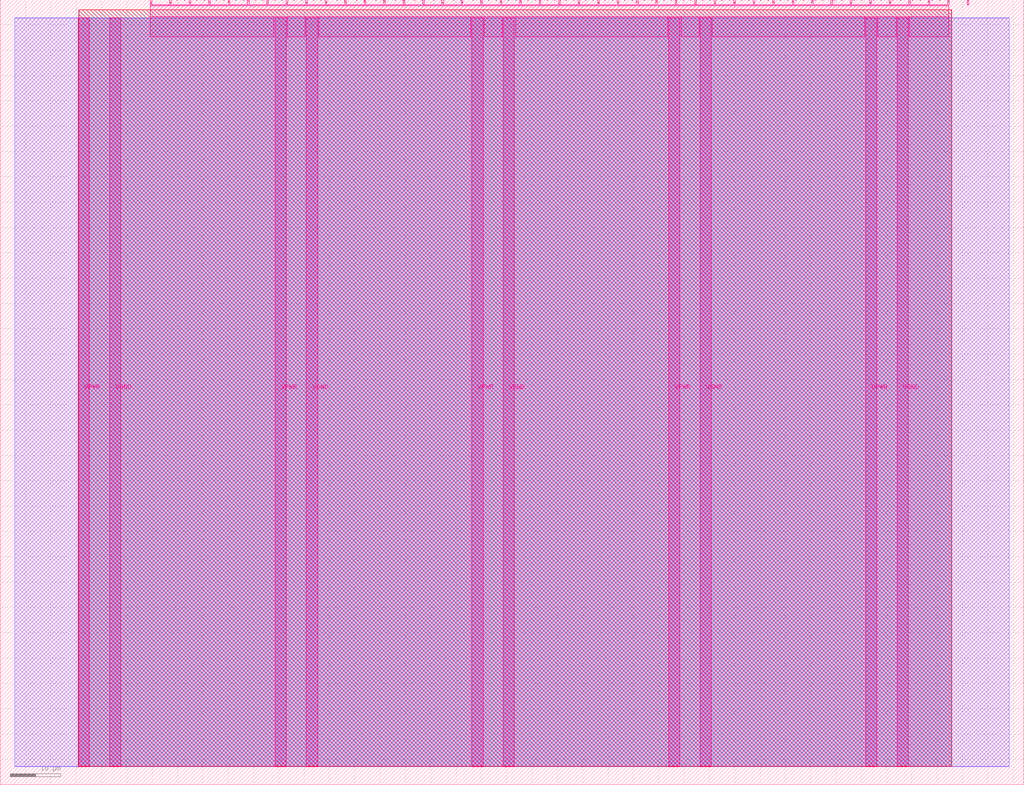
<source format=lef>
VERSION 5.7 ;
  NOWIREEXTENSIONATPIN ON ;
  DIVIDERCHAR "/" ;
  BUSBITCHARS "[]" ;
MACRO tt_um_wokwi_434917632188986369
  CLASS BLOCK ;
  FOREIGN tt_um_wokwi_434917632188986369 ;
  ORIGIN 0.000 0.000 ;
  SIZE 202.080 BY 154.980 ;
  PIN VGND
    DIRECTION INOUT ;
    USE GROUND ;
    PORT
      LAYER Metal5 ;
        RECT 21.580 3.560 23.780 151.420 ;
    END
    PORT
      LAYER Metal5 ;
        RECT 60.450 3.560 62.650 151.420 ;
    END
    PORT
      LAYER Metal5 ;
        RECT 99.320 3.560 101.520 151.420 ;
    END
    PORT
      LAYER Metal5 ;
        RECT 138.190 3.560 140.390 151.420 ;
    END
    PORT
      LAYER Metal5 ;
        RECT 177.060 3.560 179.260 151.420 ;
    END
  END VGND
  PIN VPWR
    DIRECTION INOUT ;
    USE POWER ;
    PORT
      LAYER Metal5 ;
        RECT 15.380 3.560 17.580 151.420 ;
    END
    PORT
      LAYER Metal5 ;
        RECT 54.250 3.560 56.450 151.420 ;
    END
    PORT
      LAYER Metal5 ;
        RECT 93.120 3.560 95.320 151.420 ;
    END
    PORT
      LAYER Metal5 ;
        RECT 131.990 3.560 134.190 151.420 ;
    END
    PORT
      LAYER Metal5 ;
        RECT 170.860 3.560 173.060 151.420 ;
    END
  END VPWR
  PIN clk
    DIRECTION INPUT ;
    USE SIGNAL ;
    ANTENNAGATEAREA 0.192400 ;
    PORT
      LAYER Metal5 ;
        RECT 187.050 153.980 187.350 154.980 ;
    END
  END clk
  PIN ena
    DIRECTION INPUT ;
    USE SIGNAL ;
    PORT
      LAYER Metal5 ;
        RECT 190.890 153.980 191.190 154.980 ;
    END
  END ena
  PIN rst_n
    DIRECTION INPUT ;
    USE SIGNAL ;
    ANTENNAGATEAREA 0.180700 ;
    PORT
      LAYER Metal5 ;
        RECT 183.210 153.980 183.510 154.980 ;
    END
  END rst_n
  PIN ui_in[0]
    DIRECTION INPUT ;
    USE SIGNAL ;
    ANTENNAGATEAREA 0.180700 ;
    PORT
      LAYER Metal5 ;
        RECT 179.370 153.980 179.670 154.980 ;
    END
  END ui_in[0]
  PIN ui_in[1]
    DIRECTION INPUT ;
    USE SIGNAL ;
    ANTENNAGATEAREA 0.180700 ;
    PORT
      LAYER Metal5 ;
        RECT 175.530 153.980 175.830 154.980 ;
    END
  END ui_in[1]
  PIN ui_in[2]
    DIRECTION INPUT ;
    USE SIGNAL ;
    ANTENNAGATEAREA 0.180700 ;
    PORT
      LAYER Metal5 ;
        RECT 171.690 153.980 171.990 154.980 ;
    END
  END ui_in[2]
  PIN ui_in[3]
    DIRECTION INPUT ;
    USE SIGNAL ;
    ANTENNAGATEAREA 0.180700 ;
    PORT
      LAYER Metal5 ;
        RECT 167.850 153.980 168.150 154.980 ;
    END
  END ui_in[3]
  PIN ui_in[4]
    DIRECTION INPUT ;
    USE SIGNAL ;
    ANTENNAGATEAREA 0.180700 ;
    PORT
      LAYER Metal5 ;
        RECT 164.010 153.980 164.310 154.980 ;
    END
  END ui_in[4]
  PIN ui_in[5]
    DIRECTION INPUT ;
    USE SIGNAL ;
    ANTENNAGATEAREA 0.180700 ;
    PORT
      LAYER Metal5 ;
        RECT 160.170 153.980 160.470 154.980 ;
    END
  END ui_in[5]
  PIN ui_in[6]
    DIRECTION INPUT ;
    USE SIGNAL ;
    ANTENNAGATEAREA 0.180700 ;
    PORT
      LAYER Metal5 ;
        RECT 156.330 153.980 156.630 154.980 ;
    END
  END ui_in[6]
  PIN ui_in[7]
    DIRECTION INPUT ;
    USE SIGNAL ;
    ANTENNAGATEAREA 0.180700 ;
    PORT
      LAYER Metal5 ;
        RECT 152.490 153.980 152.790 154.980 ;
    END
  END ui_in[7]
  PIN uio_in[0]
    DIRECTION INPUT ;
    USE SIGNAL ;
    PORT
      LAYER Metal5 ;
        RECT 148.650 153.980 148.950 154.980 ;
    END
  END uio_in[0]
  PIN uio_in[1]
    DIRECTION INPUT ;
    USE SIGNAL ;
    PORT
      LAYER Metal5 ;
        RECT 144.810 153.980 145.110 154.980 ;
    END
  END uio_in[1]
  PIN uio_in[2]
    DIRECTION INPUT ;
    USE SIGNAL ;
    PORT
      LAYER Metal5 ;
        RECT 140.970 153.980 141.270 154.980 ;
    END
  END uio_in[2]
  PIN uio_in[3]
    DIRECTION INPUT ;
    USE SIGNAL ;
    PORT
      LAYER Metal5 ;
        RECT 137.130 153.980 137.430 154.980 ;
    END
  END uio_in[3]
  PIN uio_in[4]
    DIRECTION INPUT ;
    USE SIGNAL ;
    PORT
      LAYER Metal5 ;
        RECT 133.290 153.980 133.590 154.980 ;
    END
  END uio_in[4]
  PIN uio_in[5]
    DIRECTION INPUT ;
    USE SIGNAL ;
    PORT
      LAYER Metal5 ;
        RECT 129.450 153.980 129.750 154.980 ;
    END
  END uio_in[5]
  PIN uio_in[6]
    DIRECTION INPUT ;
    USE SIGNAL ;
    PORT
      LAYER Metal5 ;
        RECT 125.610 153.980 125.910 154.980 ;
    END
  END uio_in[6]
  PIN uio_in[7]
    DIRECTION INPUT ;
    USE SIGNAL ;
    PORT
      LAYER Metal5 ;
        RECT 121.770 153.980 122.070 154.980 ;
    END
  END uio_in[7]
  PIN uio_oe[0]
    DIRECTION OUTPUT ;
    USE SIGNAL ;
    ANTENNADIFFAREA 0.299200 ;
    PORT
      LAYER Metal5 ;
        RECT 56.490 153.980 56.790 154.980 ;
    END
  END uio_oe[0]
  PIN uio_oe[1]
    DIRECTION OUTPUT ;
    USE SIGNAL ;
    ANTENNADIFFAREA 0.299200 ;
    PORT
      LAYER Metal5 ;
        RECT 52.650 153.980 52.950 154.980 ;
    END
  END uio_oe[1]
  PIN uio_oe[2]
    DIRECTION OUTPUT ;
    USE SIGNAL ;
    ANTENNADIFFAREA 0.299200 ;
    PORT
      LAYER Metal5 ;
        RECT 48.810 153.980 49.110 154.980 ;
    END
  END uio_oe[2]
  PIN uio_oe[3]
    DIRECTION OUTPUT ;
    USE SIGNAL ;
    ANTENNADIFFAREA 0.299200 ;
    PORT
      LAYER Metal5 ;
        RECT 44.970 153.980 45.270 154.980 ;
    END
  END uio_oe[3]
  PIN uio_oe[4]
    DIRECTION OUTPUT ;
    USE SIGNAL ;
    ANTENNADIFFAREA 0.299200 ;
    PORT
      LAYER Metal5 ;
        RECT 41.130 153.980 41.430 154.980 ;
    END
  END uio_oe[4]
  PIN uio_oe[5]
    DIRECTION OUTPUT ;
    USE SIGNAL ;
    ANTENNADIFFAREA 0.299200 ;
    PORT
      LAYER Metal5 ;
        RECT 37.290 153.980 37.590 154.980 ;
    END
  END uio_oe[5]
  PIN uio_oe[6]
    DIRECTION OUTPUT ;
    USE SIGNAL ;
    ANTENNADIFFAREA 0.299200 ;
    PORT
      LAYER Metal5 ;
        RECT 33.450 153.980 33.750 154.980 ;
    END
  END uio_oe[6]
  PIN uio_oe[7]
    DIRECTION OUTPUT ;
    USE SIGNAL ;
    ANTENNADIFFAREA 0.299200 ;
    PORT
      LAYER Metal5 ;
        RECT 29.610 153.980 29.910 154.980 ;
    END
  END uio_oe[7]
  PIN uio_out[0]
    DIRECTION OUTPUT ;
    USE SIGNAL ;
    ANTENNADIFFAREA 0.299200 ;
    PORT
      LAYER Metal5 ;
        RECT 87.210 153.980 87.510 154.980 ;
    END
  END uio_out[0]
  PIN uio_out[1]
    DIRECTION OUTPUT ;
    USE SIGNAL ;
    ANTENNADIFFAREA 0.299200 ;
    PORT
      LAYER Metal5 ;
        RECT 83.370 153.980 83.670 154.980 ;
    END
  END uio_out[1]
  PIN uio_out[2]
    DIRECTION OUTPUT ;
    USE SIGNAL ;
    ANTENNADIFFAREA 0.299200 ;
    PORT
      LAYER Metal5 ;
        RECT 79.530 153.980 79.830 154.980 ;
    END
  END uio_out[2]
  PIN uio_out[3]
    DIRECTION OUTPUT ;
    USE SIGNAL ;
    ANTENNADIFFAREA 0.299200 ;
    PORT
      LAYER Metal5 ;
        RECT 75.690 153.980 75.990 154.980 ;
    END
  END uio_out[3]
  PIN uio_out[4]
    DIRECTION OUTPUT ;
    USE SIGNAL ;
    ANTENNADIFFAREA 0.299200 ;
    PORT
      LAYER Metal5 ;
        RECT 71.850 153.980 72.150 154.980 ;
    END
  END uio_out[4]
  PIN uio_out[5]
    DIRECTION OUTPUT ;
    USE SIGNAL ;
    ANTENNADIFFAREA 0.299200 ;
    PORT
      LAYER Metal5 ;
        RECT 68.010 153.980 68.310 154.980 ;
    END
  END uio_out[5]
  PIN uio_out[6]
    DIRECTION OUTPUT ;
    USE SIGNAL ;
    ANTENNADIFFAREA 0.299200 ;
    PORT
      LAYER Metal5 ;
        RECT 64.170 153.980 64.470 154.980 ;
    END
  END uio_out[6]
  PIN uio_out[7]
    DIRECTION OUTPUT ;
    USE SIGNAL ;
    ANTENNADIFFAREA 0.299200 ;
    PORT
      LAYER Metal5 ;
        RECT 60.330 153.980 60.630 154.980 ;
    END
  END uio_out[7]
  PIN uo_out[0]
    DIRECTION OUTPUT ;
    USE SIGNAL ;
    ANTENNADIFFAREA 0.654800 ;
    PORT
      LAYER Metal5 ;
        RECT 117.930 153.980 118.230 154.980 ;
    END
  END uo_out[0]
  PIN uo_out[1]
    DIRECTION OUTPUT ;
    USE SIGNAL ;
    ANTENNADIFFAREA 0.654800 ;
    PORT
      LAYER Metal5 ;
        RECT 114.090 153.980 114.390 154.980 ;
    END
  END uo_out[1]
  PIN uo_out[2]
    DIRECTION OUTPUT ;
    USE SIGNAL ;
    ANTENNADIFFAREA 0.654800 ;
    PORT
      LAYER Metal5 ;
        RECT 110.250 153.980 110.550 154.980 ;
    END
  END uo_out[2]
  PIN uo_out[3]
    DIRECTION OUTPUT ;
    USE SIGNAL ;
    ANTENNADIFFAREA 0.654800 ;
    PORT
      LAYER Metal5 ;
        RECT 106.410 153.980 106.710 154.980 ;
    END
  END uo_out[3]
  PIN uo_out[4]
    DIRECTION OUTPUT ;
    USE SIGNAL ;
    ANTENNADIFFAREA 0.654800 ;
    PORT
      LAYER Metal5 ;
        RECT 102.570 153.980 102.870 154.980 ;
    END
  END uo_out[4]
  PIN uo_out[5]
    DIRECTION OUTPUT ;
    USE SIGNAL ;
    ANTENNADIFFAREA 0.654800 ;
    PORT
      LAYER Metal5 ;
        RECT 98.730 153.980 99.030 154.980 ;
    END
  END uo_out[5]
  PIN uo_out[6]
    DIRECTION OUTPUT ;
    USE SIGNAL ;
    ANTENNADIFFAREA 0.654800 ;
    PORT
      LAYER Metal5 ;
        RECT 94.890 153.980 95.190 154.980 ;
    END
  END uo_out[6]
  PIN uo_out[7]
    DIRECTION OUTPUT ;
    USE SIGNAL ;
    ANTENNADIFFAREA 0.654800 ;
    PORT
      LAYER Metal5 ;
        RECT 91.050 153.980 91.350 154.980 ;
    END
  END uo_out[7]
  OBS
      LAYER GatPoly ;
        RECT 2.880 3.630 199.200 151.350 ;
      LAYER Metal1 ;
        RECT 2.880 3.560 199.200 151.420 ;
      LAYER Metal2 ;
        RECT 15.515 3.680 187.825 151.300 ;
      LAYER Metal3 ;
        RECT 15.560 3.635 187.780 153.025 ;
      LAYER Metal4 ;
        RECT 15.515 3.680 187.825 152.980 ;
      LAYER Metal5 ;
        RECT 30.120 153.770 33.240 153.980 ;
        RECT 33.960 153.770 37.080 153.980 ;
        RECT 37.800 153.770 40.920 153.980 ;
        RECT 41.640 153.770 44.760 153.980 ;
        RECT 45.480 153.770 48.600 153.980 ;
        RECT 49.320 153.770 52.440 153.980 ;
        RECT 53.160 153.770 56.280 153.980 ;
        RECT 57.000 153.770 60.120 153.980 ;
        RECT 60.840 153.770 63.960 153.980 ;
        RECT 64.680 153.770 67.800 153.980 ;
        RECT 68.520 153.770 71.640 153.980 ;
        RECT 72.360 153.770 75.480 153.980 ;
        RECT 76.200 153.770 79.320 153.980 ;
        RECT 80.040 153.770 83.160 153.980 ;
        RECT 83.880 153.770 87.000 153.980 ;
        RECT 87.720 153.770 90.840 153.980 ;
        RECT 91.560 153.770 94.680 153.980 ;
        RECT 95.400 153.770 98.520 153.980 ;
        RECT 99.240 153.770 102.360 153.980 ;
        RECT 103.080 153.770 106.200 153.980 ;
        RECT 106.920 153.770 110.040 153.980 ;
        RECT 110.760 153.770 113.880 153.980 ;
        RECT 114.600 153.770 117.720 153.980 ;
        RECT 118.440 153.770 121.560 153.980 ;
        RECT 122.280 153.770 125.400 153.980 ;
        RECT 126.120 153.770 129.240 153.980 ;
        RECT 129.960 153.770 133.080 153.980 ;
        RECT 133.800 153.770 136.920 153.980 ;
        RECT 137.640 153.770 140.760 153.980 ;
        RECT 141.480 153.770 144.600 153.980 ;
        RECT 145.320 153.770 148.440 153.980 ;
        RECT 149.160 153.770 152.280 153.980 ;
        RECT 153.000 153.770 156.120 153.980 ;
        RECT 156.840 153.770 159.960 153.980 ;
        RECT 160.680 153.770 163.800 153.980 ;
        RECT 164.520 153.770 167.640 153.980 ;
        RECT 168.360 153.770 171.480 153.980 ;
        RECT 172.200 153.770 175.320 153.980 ;
        RECT 176.040 153.770 179.160 153.980 ;
        RECT 179.880 153.770 183.000 153.980 ;
        RECT 183.720 153.770 186.840 153.980 ;
        RECT 29.660 151.630 187.300 153.770 ;
        RECT 29.660 147.695 54.040 151.630 ;
        RECT 56.660 147.695 60.240 151.630 ;
        RECT 62.860 147.695 92.910 151.630 ;
        RECT 95.530 147.695 99.110 151.630 ;
        RECT 101.730 147.695 131.780 151.630 ;
        RECT 134.400 147.695 137.980 151.630 ;
        RECT 140.600 147.695 170.650 151.630 ;
        RECT 173.270 147.695 176.850 151.630 ;
        RECT 179.470 147.695 187.300 151.630 ;
  END
END tt_um_wokwi_434917632188986369
END LIBRARY


</source>
